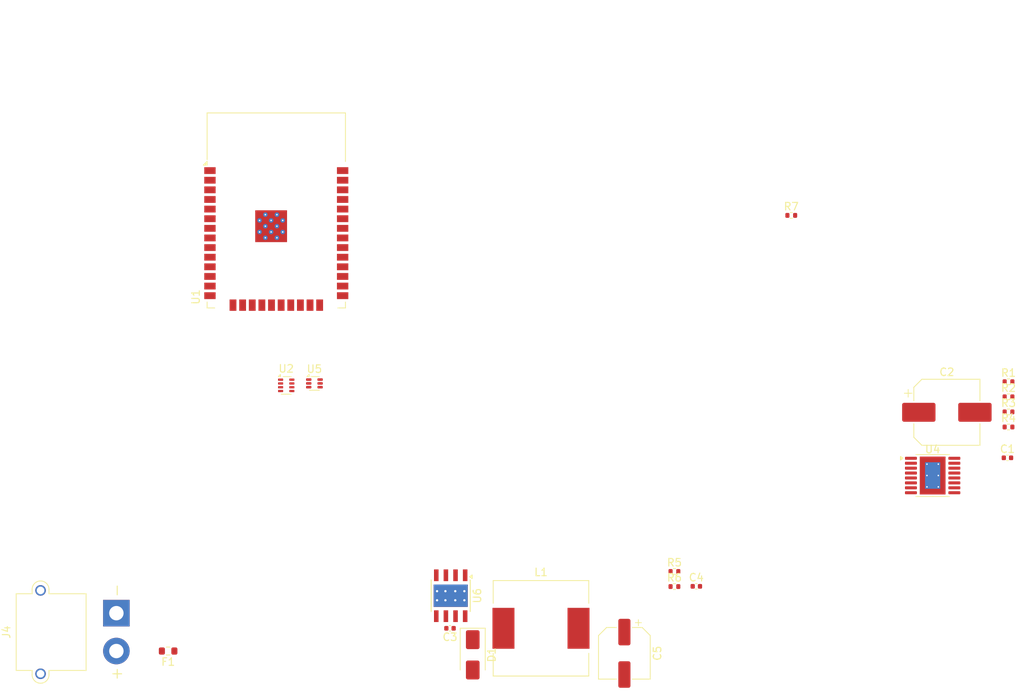
<source format=kicad_pcb>
(kicad_pcb (version 20240108) (generator "pcbnew") (generator_version "8.0")
  (layers (0 "F.Cu" signal) (31 "B.Cu" signal) (34 "B.Paste" user) (35 "F.Paste" user) (36 "B.SilkS" user "B.Silkscreen") (37 "F.SilkS" user "F.Silkscreen") (38 "B.Mask" user) (39 "F.Mask" user) (44 "Edge.Cuts" user))
  (net 0 "")
  (net 1 "Net-(D1-K)")
  (net 2 "GND")
  (net 3 "Net-(F1-Pad1)")
  (net 4 "Net-(J4-Pin_2)")
  (net 5 "+5_{VIN}")
  (net 10 "Net-(U1-GND-Pad1)")
  (net 44 "Net-(U2-VOUT-Pad2)")
  (net 49 "/pgood")
  (net 51 "Net-(U4-PAD)")
  (net 53 "Net-(U4-I_{LIM})")
  (net 54 "Net-(U4-OVP)")
  (net 56 "Net-(U6-VIN)")
  (net 57 "Net-(U4-dVdT)")
  (net 58 "Net-(U4-UVLO)")
  (net 68 "Net-(U6-VSENSE)")
  (net 70 "Net-(U6-BOOT)")
  (net 71 "+VIN_{PROT}")
  (footprint "Package_TO_SOT_SMD:SOT-583-8" (layer "F.Cu") (at 90.4 87.935)
    (property "Reference" "U2" (at 0 -2.2 0) (layer "F.SilkS"))
    (property "Value" "TPS2116DRL")
    (fp_line (start 0.65 -1.16) (end -0.4 -1.16) (stroke (width 0.12)) (layer "F.SilkS"))
    (fp_line (start 0.65 1.16) (end -0.65 1.16) (stroke (width 0.12)) (layer "F.SilkS"))
    (fp_poly (pts (xy -0.76 -1.16) (xy -1.04 -1.16) (xy -0.76 -1.44) (xy -0.76 -1.16)) (stroke (width 0.12)) (fill solid) (layer "F.SilkS"))
    (pad "1" smd roundrect (at -0.74 -0.75) (size 0.67 0.3) (layers "F.Cu" "F.Paste" "F.Mask") (roundrect_rratio 0.1666666667))
    (pad "2" smd roundrect (at -0.74 -0.25) (size 0.67 0.3) (layers "F.Cu" "F.Paste" "F.Mask") (roundrect_rratio 0.1666666667) (net 44 "Net-(U2-VOUT-Pad2)"))
    (pad "3" smd roundrect (at -0.74 0.25) (size 0.67 0.3) (layers "F.Cu" "F.Paste" "F.Mask") (roundrect_rratio 0.1666666667))
    (pad "4" smd roundrect (at -0.74 0.75) (size 0.67 0.3) (layers "F.Cu" "F.Paste" "F.Mask") (roundrect_rratio 0.1666666667))
    (pad "5" smd roundrect (at 0.74 0.75) (size 0.67 0.3) (layers "F.Cu" "F.Paste" "F.Mask") (roundrect_rratio 0.1666666667))
    (pad "6" smd roundrect (at 0.74 0.25) (size 0.67 0.3) (layers "F.Cu" "F.Paste" "F.Mask") (roundrect_rratio 0.1666666667))
    (pad "7" smd roundrect (at 0.74 -0.25) (size 0.67 0.3) (layers "F.Cu" "F.Paste" "F.Mask") (roundrect_rratio 0.1666666667) (net 44 "Net-(U2-VOUT-Pad2)"))
    (pad "8" smd roundrect (at 0.74 -0.75) (size 0.67 0.3) (layers "F.Cu" "F.Paste" "F.Mask") (roundrect_rratio 0.1666666667))
  )
  (footprint "Resistor_SMD:R_0402_1005Metric" (layer "F.Cu") (at 185.66 87.46)
    (property "Reference" "R1" (at 0 -1.17 0) (layer "F.SilkS"))
    (property "Value" "220K")
    (fp_line (start -0.153641 -0.38) (end 0.153641 -0.38) (stroke (width 0.12)) (layer "F.SilkS"))
    (fp_line (start -0.153641 0.38) (end 0.153641 0.38) (stroke (width 0.12)) (layer "F.SilkS"))
    (pad "1" smd roundrect (at -0.51 0) (size 0.54 0.64) (layers "F.Cu" "F.Paste" "F.Mask") (net 3 "Net-(F1-Pad1)"))
    (pad "2" smd roundrect (at 0.51 0) (size 0.54 0.64) (layers "F.Cu" "F.Paste" "F.Mask") (net 58 "Net-(U4-UVLO)"))
  )
  (footprint "Package_TO_SOT_SMD:SOT-563" (layer "F.Cu") (at 94.12 87.675)
    (property "Reference" "U5" (at 0 -1.9 0) (layer "F.SilkS"))
    (property "Value" "TPS563202DRLR")
    (fp_line (start 0.65 -0.9) (end -0.45 -0.9) (stroke (width 0.12)) (layer "F.SilkS"))
    (fp_line (start 0.65 0.9) (end -0.65 0.9) (stroke (width 0.12)) (layer "F.SilkS"))
    (fp_poly (pts (xy -0.7 -0.9) (xy -0.98 -0.9) (xy -0.7 -1.18) (xy -0.7 -0.9)) (stroke (width 0.12)) (fill solid) (layer "F.SilkS"))
    (pad "1" smd roundrect (at -0.75 -0.5) (size 0.7 0.34) (layers "F.Cu" "F.Paste" "F.Mask"))
    (pad "2" smd roundrect (at -0.75 0) (size 0.7 0.34) (layers "F.Cu" "F.Paste" "F.Mask"))
    (pad "3" smd roundrect (at -0.75 0.5) (size 0.7 0.34) (layers "F.Cu" "F.Paste" "F.Mask"))
    (pad "4" smd roundrect (at 0.75 0.5) (size 0.7 0.34) (layers "F.Cu" "F.Paste" "F.Mask"))
    (pad "5" smd roundrect (at 0.75 0) (size 0.7 0.34) (layers "F.Cu" "F.Paste" "F.Mask"))
    (pad "6" smd roundrect (at 0.75 -0.5) (size 0.7 0.34) (layers "F.Cu" "F.Paste" "F.Mask"))
  )
  (footprint "Resistor_SMD:R_0402_1005Metric" (layer "F.Cu") (at 185.66 89.45)
    (property "Reference" "R2" (at 0 -1.17 0) (layer "F.SilkS"))
    (property "Value" "20K")
    (fp_line (start -0.153641 -0.38) (end 0.153641 -0.38) (stroke (width 0.12)) (layer "F.SilkS"))
    (fp_line (start -0.153641 0.38) (end 0.153641 0.38) (stroke (width 0.12)) (layer "F.SilkS"))
    (pad "1" smd roundrect (at -0.51 0) (size 0.54 0.64) (layers "F.Cu" "F.Paste" "F.Mask") (net 58 "Net-(U4-UVLO)"))
    (pad "2" smd roundrect (at 0.51 0) (size 0.54 0.64) (layers "F.Cu" "F.Paste" "F.Mask") (net 54 "Net-(U4-OVP)"))
  )
  (footprint "Capacitor_SMD:CP_Elec_8x10.5" (layer "F.Cu") (at 177.53 91.49)
    (property "Reference" "C2" (at 0 -5.3 0) (layer "F.SilkS"))
    (property "Value" "220u")
    (fp_line (start -5.6 -2.51) (end -4.6 -2.51) (stroke (width 0.12)) (layer "F.SilkS"))
    (fp_line (start -5.1 -3.01) (end -5.1 -2.01) (stroke (width 0.12)) (layer "F.SilkS"))
    (fp_line (start -4.36 -3.295563) (end -4.36 -1.51) (stroke (width 0.12)) (layer "F.SilkS"))
    (fp_line (start -4.36 -3.295563) (end -3.295563 -4.36) (stroke (width 0.12)) (layer "F.SilkS"))
    (fp_line (start -4.36 3.295563) (end -4.36 1.51) (stroke (width 0.12)) (layer "F.SilkS"))
    (fp_line (start -4.36 3.295563) (end -3.295563 4.36) (stroke (width 0.12)) (layer "F.SilkS"))
    (fp_line (start -3.295563 -4.36) (end 4.36 -4.36) (stroke (width 0.12)) (layer "F.SilkS"))
    (fp_line (start -3.295563 4.36) (end 4.36 4.36) (stroke (width 0.12)) (layer "F.SilkS"))
    (fp_line (start 4.36 -4.36) (end 4.36 -1.51) (stroke (width 0.12)) (layer "F.SilkS"))
    (fp_line (start 4.36 4.36) (end 4.36 1.51) (stroke (width 0.12)) (layer "F.SilkS"))
    (pad "1" smd roundrect (at -3.7 0) (size 4.4 2.5) (layers "F.Cu" "F.Paste" "F.Mask") (roundrect_rratio 0.1) (net 71 "+VIN_{PROT}"))
    (pad "2" smd roundrect (at 3.7 0) (size 4.4 2.5) (layers "F.Cu" "F.Paste" "F.Mask") (roundrect_rratio 0.1) (net 2 "GND"))
  )
  (footprint "Capacitor_SMD:C_0402_1005Metric" (layer "F.Cu") (at 112 120 180)
    (property "Reference" "C3" (at 0 -1.16 0) (layer "F.SilkS"))
    (property "Value" "1u")
    (fp_line (start -0.107836 0.36) (end 0.107836 0.36) (stroke (width 0.12)) (layer "F.SilkS"))
    (fp_line (start -0.107836 -0.36) (end 0.107836 -0.36) (stroke (width 0.12)) (layer "F.SilkS"))
    (pad "1" smd roundrect (at -0.48 0 180) (size 0.56 0.62) (layers "F.Cu" "F.Paste" "F.Mask") (net 56 "Net-(U6-VIN)"))
    (pad "2" smd roundrect (at 0.48 0 180) (size 0.56 0.62) (layers "F.Cu" "F.Paste" "F.Mask") (net 2 "GND"))
  )
  (footprint "Resistor_SMD:R_0402_1005Metric" (layer "F.Cu") (at 185.66 93.43)
    (property "Reference" "R4" (at 0 -1.17 0) (layer "F.SilkS"))
    (property "Value" "6.8K")
    (fp_line (start -0.153641 -0.38) (end 0.153641 -0.38) (stroke (width 0.12)) (layer "F.SilkS"))
    (fp_line (start -0.153641 0.38) (end 0.153641 0.38) (stroke (width 0.12)) (layer "F.SilkS"))
    (pad "1" smd roundrect (at -0.51 0) (size 0.54 0.64) (layers "F.Cu" "F.Paste" "F.Mask") (net 53 "Net-(U4-I_{LIM})"))
    (pad "2" smd roundrect (at 0.51 0) (size 0.54 0.64) (layers "F.Cu" "F.Paste" "F.Mask") (net 51 "Net-(U4-PAD)"))
  )
  (footprint "Resistor_SMD:R_0402_1005Metric" (layer "F.Cu") (at 141.6 112.5)
    (property "Reference" "R5" (at 0 -1.17 0) (layer "F.SilkS"))
    (property "Value" "3.3k")
    (fp_line (start -0.153641 -0.38) (end 0.153641 -0.38) (stroke (width 0.12)) (layer "F.SilkS"))
    (fp_line (start -0.153641 0.38) (end 0.153641 0.38) (stroke (width 0.12)) (layer "F.SilkS"))
    (pad "1" smd roundrect (at -0.51 0) (size 0.54 0.64) (layers "F.Cu" "F.Paste" "F.Mask") (net 68 "Net-(U6-VSENSE)"))
    (pad "2" smd roundrect (at 0.51 0) (size 0.54 0.64) (layers "F.Cu" "F.Paste" "F.Mask") (net 2 "GND"))
  )
  (footprint "Resistor_SMD:R_0402_1005Metric" (layer "F.Cu") (at 185.66 91.44)
    (property "Reference" "R3" (at 0 -1.17 0) (layer "F.SilkS"))
    (property "Value" "10K")
    (fp_line (start -0.153641 -0.38) (end 0.153641 -0.38) (stroke (width 0.12)) (layer "F.SilkS"))
    (fp_line (start -0.153641 0.38) (end 0.153641 0.38) (stroke (width 0.12)) (layer "F.SilkS"))
    (pad "1" smd roundrect (at -0.51 0) (size 0.54 0.64) (layers "F.Cu" "F.Paste" "F.Mask") (net 54 "Net-(U4-OVP)"))
    (pad "2" smd roundrect (at 0.51 0) (size 0.54 0.64) (layers "F.Cu" "F.Paste" "F.Mask") (net 51 "Net-(U4-PAD)"))
  )
  (footprint "Resistor_SMD:R_0603_1608Metric" (layer "F.Cu") (at 74.825 123 180)
    (property "Reference" "F1" (at 0 -1.43 360) (layer "F.SilkS"))
    (property "Value" "1.5A")
    (fp_line (start -0.237258 0.5225) (end 0.237258 0.5225) (stroke (width 0.12)) (layer "F.SilkS"))
    (fp_line (start -0.237258 -0.5225) (end 0.237258 -0.5225) (stroke (width 0.12)) (layer "F.SilkS"))
    (pad "1" smd roundrect (at -0.825 0 180) (size 0.8 0.95) (layers "F.Cu" "F.Paste" "F.Mask") (net 3 "Net-(F1-Pad1)"))
    (pad "2" smd roundrect (at 0.825 0 180) (size 0.8 0.95) (layers "F.Cu" "F.Paste" "F.Mask") (net 4 "Net-(J4-Pin_2)"))
  )
  (footprint "Inductor_SMD:L_12x12mm_H8mm" (layer "F.Cu") (at 124 120)
    (property "Reference" "L1" (at 0 -7.4 0) (layer "F.SilkS"))
    (property "Value" "PSPHAQ127-180M")
    (fp_line (start -6.3 -6.3) (end 6.3 -6.3) (stroke (width 0.12)) (layer "F.SilkS"))
    (fp_line (start -6.3 -3.3) (end -6.3 -6.3) (stroke (width 0.12)) (layer "F.SilkS"))
    (fp_line (start -6.3 6.3) (end -6.3 3.3) (stroke (width 0.12)) (layer "F.SilkS"))
    (fp_line (start 6.3 -6.3) (end 6.3 -3.3) (stroke (width 0.12)) (layer "F.SilkS"))
    (fp_line (start 6.3 3.3) (end 6.3 6.3) (stroke (width 0.12)) (layer "F.SilkS"))
    (fp_line (start 6.3 6.3) (end -6.3 6.3) (stroke (width 0.12)) (layer "F.SilkS"))
    (pad "1" smd rect (at -4.95 0) (size 2.9 5.4) (layers "F.Cu" "F.Paste" "F.Mask") (net 1 "Net-(D1-K)"))
    (pad "2" smd rect (at 4.95 0) (size 2.9 5.4) (layers "F.Cu" "F.Paste" "F.Mask") (net 5 "+5_{VIN}"))
  )
  (footprint "Capacitor_SMD:C_0402_1005Metric" (layer "F.Cu") (at 185.52 97.5)
    (property "Reference" "C1" (at 0 -1.16 0) (layer "F.SilkS"))
    (property "Value" "220p")
    (fp_line (start -0.107836 -0.36) (end 0.107836 -0.36) (stroke (width 0.12)) (layer "F.SilkS"))
    (fp_line (start -0.107836 0.36) (end 0.107836 0.36) (stroke (width 0.12)) (layer "F.SilkS"))
    (pad "1" smd roundrect (at -0.48 0) (size 0.56 0.62) (layers "F.Cu" "F.Paste" "F.Mask") (net 57 "Net-(U4-dVdT)"))
    (pad "2" smd roundrect (at 0.48 0) (size 0.56 0.62) (layers "F.Cu" "F.Paste" "F.Mask") (net 51 "Net-(U4-PAD)"))
  )
  (footprint "Resistor_SMD:R_0402_1005Metric" (layer "F.Cu") (at 157.01 65.5)
    (property "Reference" "R7" (at 0 -1.17 0) (layer "F.SilkS"))
    (property "Value" "0")
    (fp_line (start -0.153641 -0.38) (end 0.153641 -0.38) (stroke (width 0.12)) (layer "F.SilkS"))
    (fp_line (start -0.153641 0.38) (end 0.153641 0.38) (stroke (width 0.12)) (layer "F.SilkS"))
    (pad "1" smd roundrect (at -0.51 0) (size 0.54 0.64) (layers "F.Cu" "F.Paste" "F.Mask") (net 71 "+VIN_{PROT}"))
    (pad "2" smd roundrect (at 0.51 0) (size 0.54 0.64) (layers "F.Cu" "F.Paste" "F.Mask") (net 56 "Net-(U6-VIN)"))
  )
  (footprint "Diode_SMD:D_SMA" (layer "F.Cu") (at 115 123.5 -90)
    (property "Reference" "D1" (at 0 -2.5 90) (layer "F.SilkS"))
    (property "Value" "D_Schottky")
    (fp_line (start -3.51 1.65) (end 2 1.65) (stroke (width 0.12)) (layer "F.SilkS"))
    (fp_line (start -3.51 -1.65) (end -3.51 1.65) (stroke (width 0.12)) (layer "F.SilkS"))
    (fp_line (start -3.51 -1.65) (end 2 -1.65) (stroke (width 0.12)) (layer "F.SilkS"))
    (pad "1" smd roundrect (at -2 0 270) (size 2.5 1.8) (layers "F.Cu" "F.Paste" "F.Mask") (roundrect_rratio 0.1388888889) (net 1 "Net-(D1-K)"))
    (pad "2" smd roundrect (at 2 0 270) (size 2.5 1.8) (layers "F.Cu" "F.Paste" "F.Mask") (roundrect_rratio 0.1388888889) (net 2 "GND"))
  )
  (footprint "RF_Module:ESP32-WROOM-32" (layer "F.Cu") (at 89.09 67.84)
    (property "Reference" "U1" (at -10.61 8.43 90) (layer "F.SilkS"))
    (property "Value" "ESP32-WROOM-32")
    (fp_line (start -9.12 -15.86) (end -9.12 -9.7) (stroke (width 0.12)) (layer "F.SilkS"))
    (fp_line (start -9.12 -15.86) (end 9.12 -15.86) (stroke (width 0.12)) (layer "F.SilkS"))
    (fp_line (start -9.12 9.1) (end -9.12 9.88) (stroke (width 0.12)) (layer "F.SilkS"))
    (fp_line (start -9.12 9.88) (end -8.12 9.88) (stroke (width 0.12)) (layer "F.SilkS"))
    (fp_line (start 9.12 -15.86) (end 9.12 -9.445) (stroke (width 0.12)) (layer "F.SilkS"))
    (fp_line (start 9.12 9.1) (end 9.12 9.88) (stroke (width 0.12)) (layer "F.SilkS"))
    (fp_line (start 9.12 9.88) (end 8.12 9.88) (stroke (width 0.12)) (layer "F.SilkS"))
    (fp_poly (pts (xy -9.125 -8.975) (xy -9.625 -8.975) (xy -9.125 -9.475) (xy -9.125 -8.975)) (stroke (width 0.12)) (fill solid) (layer "F.SilkS"))
    (pad "1" smd rect (at -8.75 -8.25) (size 1.5 0.9) (layers "F.Cu" "F.Paste" "F.Mask") (net 10 "Net-(U1-GND-Pad1)"))
    (pad "2" smd rect (at -8.75 -6.98) (size 1.5 0.9) (layers "F.Cu" "F.Paste" "F.Mask"))
    (pad "3" smd rect (at -8.75 -5.71) (size 1.5 0.9) (layers "F.Cu" "F.Paste" "F.Mask"))
    (pad "4" smd rect (at -8.75 -4.44) (size 1.5 0.9) (layers "F.Cu" "F.Paste" "F.Mask"))
    (pad "5" smd rect (at -8.75 -3.17) (size 1.5 0.9) (layers "F.Cu" "F.Paste" "F.Mask"))
    (pad "6" smd rect (at -8.75 -1.9) (size 1.5 0.9) (layers "F.Cu" "F.Paste" "F.Mask"))
    (pad "7" smd rect (at -8.75 -0.63) (size 1.5 0.9) (layers "F.Cu" "F.Paste" "F.Mask"))
    (pad "8" smd rect (at -8.75 0.64) (size 1.5 0.9) (layers "F.Cu" "F.Paste" "F.Mask"))
    (pad "9" smd rect (at -8.75 1.91) (size 1.5 0.9) (layers "F.Cu" "F.Paste" "F.Mask"))
    (pad "10" smd rect (at -8.75 3.18) (size 1.5 0.9) (layers "F.Cu" "F.Paste" "F.Mask"))
    (pad "11" smd rect (at -8.75 4.45) (size 1.5 0.9) (layers "F.Cu" "F.Paste" "F.Mask"))
    (pad "12" smd rect (at -8.75 5.72) (size 1.5 0.9) (layers "F.Cu" "F.Paste" "F.Mask"))
    (pad "13" smd rect (at -8.75 6.99) (size 1.5 0.9) (layers "F.Cu" "F.Paste" "F.Mask"))
    (pad "14" smd rect (at -8.75 8.26) (size 1.5 0.9) (layers "F.Cu" "F.Paste" "F.Mask"))
    (pad "15" smd rect (at -5.71 9.51 90) (size 1.5 0.9) (layers "F.Cu" "F.Paste" "F.Mask") (net 10 "Net-(U1-GND-Pad1)"))
    (pad "16" smd rect (at -4.44 9.51 90) (size 1.5 0.9) (layers "F.Cu" "F.Paste" "F.Mask"))
    (pad "17" smd rect (at -3.17 9.51 90) (size 1.5 0.9) (layers "F.Cu" "F.Paste" "F.Mask"))
    (pad "18" smd rect (at -1.9 9.51 90) (size 1.5 0.9) (layers "F.Cu" "F.Paste" "F.Mask"))
    (pad "19" smd rect (at -0.63 9.51 90) (size 1.5 0.9) (layers "F.Cu" "F.Paste" "F.Mask"))
    (pad "20" smd rect (at 0.64 9.51 90) (size 1.5 0.9) (layers "F.Cu" "F.Paste" "F.Mask"))
    (pad "21" smd rect (at 1.91 9.51 90) (size 1.5 0.9) (layers "F.Cu" "F.Paste" "F.Mask"))
    (pad "22" smd rect (at 3.18 9.51 90) (size 1.5 0.9) (layers "F.Cu" "F.Paste" "F.Mask"))
    (pad "23" smd rect (at 4.45 9.51 90) (size 1.5 0.9) (layers "F.Cu" "F.Paste" "F.Mask"))
    (pad "24" smd rect (at 5.72 9.51 90) (size 1.5 0.9) (layers "F.Cu" "F.Paste" "F.Mask"))
    (pad "25" smd rect (at 8.75 8.26) (size 1.5 0.9) (layers "F.Cu" "F.Paste" "F.Mask"))
    (pad "26" smd rect (at 8.75 6.99) (size 1.5 0.9) (layers "F.Cu" "F.Paste" "F.Mask"))
    (pad "27" smd rect (at 8.75 5.72) (size 1.5 0.9) (layers "F.Cu" "F.Paste" "F.Mask"))
    (pad "28" smd rect (at 8.75 4.45) (size 1.5 0.9) (layers "F.Cu" "F.Paste" "F.Mask"))
    (pad "29" smd rect (at 8.75 3.18) (size 1.5 0.9) (layers "F.Cu" "F.Paste" "F.Mask"))
    (pad "30" smd rect (at 8.75 1.91) (size 1.5 0.9) (layers "F.Cu" "F.Paste" "F.Mask"))
    (pad "31" smd rect (at 8.75 0.64) (size 1.5 0.9) (layers "F.Cu" "F.Paste" "F.Mask"))
    (pad "32" smd rect (at 8.75 -0.63) (size 1.5 0.9) (layers "F.Cu" "F.Paste" "F.Mask"))
    (pad "33" smd rect (at 8.75 -1.9) (size 1.5 0.9) (layers "F.Cu" "F.Paste" "F.Mask"))
    (pad "34" smd rect (at 8.75 -3.17) (size 1.5 0.9) (layers "F.Cu" "F.Paste" "F.Mask"))
    (pad "35" smd rect (at 8.75 -4.44) (size 1.5 0.9) (layers "F.Cu" "F.Paste" "F.Mask"))
    (pad "36" smd rect (at 8.75 -5.71) (size 1.5 0.9) (layers "F.Cu" "F.Paste" "F.Mask"))
    (pad "37" smd rect (at 8.75 -6.98) (size 1.5 0.9) (layers "F.Cu" "F.Paste" "F.Mask"))
    (pad "38" smd rect (at 8.75 -8.25) (size 1.5 0.9) (layers "F.Cu" "F.Paste" "F.Mask") (net 10 "Net-(U1-GND-Pad1)"))
    (pad "39" smd rect (at -2.205 -2.435) (size 1.05 1.05) (layers "F.Cu" "F.Paste") (net 10 "Net-(U1-GND-Pad1)"))
    (pad "39" thru_hole circle (at -2.205 -1.6725) (size 0.6 0.6) (drill 0.2) (property pad_prop_heatsink) (layers "*.Cu" "F.Mask") (net 10 "Net-(U1-GND-Pad1)"))
    (pad "39" smd rect (at -2.205 -0.91) (size 1.05 1.05) (layers "F.Cu" "F.Paste") (net 10 "Net-(U1-GND-Pad1)"))
    (pad "39" thru_hole circle (at -2.205 -0.1475) (size 0.6 0.6) (drill 0.2) (property pad_prop_heatsink) (layers "*.Cu" "F.Mask") (net 10 "Net-(U1-GND-Pad1)"))
    (pad "39" smd rect (at -2.205 0.615) (size 1.05 1.05) (layers "F.Cu" "F.Paste") (net 10 "Net-(U1-GND-Pad1)"))
    (pad "39" thru_hole circle (at -1.4425 -2.435) (size 0.6 0.6) (drill 0.2) (property pad_prop_heatsink) (layers "*.Cu" "F.Mask") (net 10 "Net-(U1-GND-Pad1)"))
    (pad "39" thru_hole circle (at -1.4425 -0.91) (size 0.6 0.6) (drill 0.2) (property pad_prop_heatsink) (layers "*.Cu" "F.Mask") (net 10 "Net-(U1-GND-Pad1)"))
    (pad "39" thru_hole circle (at -1.4425 0.615) (size 0.6 0.6) (drill 0.2) (property pad_prop_heatsink) (layers "*.Cu" "F.Mask") (net 10 "Net-(U1-GND-Pad1)"))
    (pad "39" smd rect (at -0.68 -2.435) (size 1.05 1.05) (layers "F.Cu" "F.Paste") (net 10 "Net-(U1-GND-Pad1)"))
    (pad "39" thru_hole circle (at -0.68 -1.6725) (size 0.6 0.6) (drill 0.2) (property pad_prop_heatsink) (layers "*.Cu" "F.Mask") (net 10 "Net-(U1-GND-Pad1)"))
    (pad "39" smd rect (at -0.68 -0.91) (size 1.05 1.05) (layers "F.Cu" "F.Paste") (net 10 "Net-(U1-GND-Pad1)"))
    (pad "39" smd rect (at -0.68 -0.91) (size 4.2 4.2) (layers "F.Cu" "F.Mask") (net 10 "Net-(U1-GND-Pad1)"))
    (pad "39" thru_hole circle (at -0.68 -0.1475) (size 0.6 0.6) (drill 0.2) (property pad_prop_heatsink) (layers "*.Cu" "F.Mask") (net 10 "Net-(U1-GND-Pad1)"))
    (pad "39" smd rect (at -0.68 0.615) (size 1.05 1.05) (layers "F.Cu" "F.Paste") (net 10 "Net-(U1-GND-Pad1)"))
    (pad "39" thru_hole circle (at 0.0825 -2.435) (size 0.6 0.6) (drill 0.2) (property pad_prop_heatsink) (layers "*.Cu" "F.Mask") (net 10 "Net-(U1-GND-Pad1)"))
    (pad "39" thru_hole circle (at 0.0825 -0.91) (size 0.6 0.6) (drill 0.2) (property pad_prop_heatsink) (layers "*.Cu" "F.Mask") (net 10 "Net-(U1-GND-Pad1)"))
    (pad "39" thru_hole circle (at 0.0825 0.615) (size 0.6 0.6) (drill 0.2) (property pad_prop_heatsink) (layers "*.Cu" "F.Mask") (net 10 "Net-(U1-GND-Pad1)"))
    (pad "39" smd rect (at 0.845 -2.435) (size 1.05 1.05) (layers "F.Cu" "F.Paste") (net 10 "Net-(U1-GND-Pad1)"))
    (pad "39" thru_hole circle (at 0.845 -1.6725) (size 0.6 0.6) (drill 0.2) (property pad_prop_heatsink) (layers "*.Cu" "F.Mask") (net 10 "Net-(U1-GND-Pad1)"))
    (pad "39" smd rect (at 0.845 -0.91) (size 1.05 1.05) (layers "F.Cu" "F.Paste") (net 10 "Net-(U1-GND-Pad1)"))
    (pad "39" thru_hole circle (at 0.845 -0.1475) (size 0.6 0.6) (drill 0.2) (property pad_prop_heatsink) (layers "*.Cu" "F.Mask") (net 10 "Net-(U1-GND-Pad1)"))
    (pad "39" smd rect (at 0.845 0.615) (size 1.05 1.05) (layers "F.Cu" "F.Paste") (net 10 "Net-(U1-GND-Pad1)"))
  )
  (footprint "Package_SO:HTSSOP-16-1EP_4.4x5mm_P0.65mm_EP3.4x5mm_Mask2.46x2.31mm_ThermalVias" (layer "F.Cu") (at 175.655 99.835)
    (property "Reference" "U4" (at 0 -3.45 0) (layer "F.SilkS"))
    (property "Value" "TPS26600")
    (fp_line (start 0 -2.76) (end -2.2 -2.76) (stroke (width 0.12)) (layer "F.SilkS"))
    (fp_line (start 0 -2.76) (end 2.2 -2.76) (stroke (width 0.12)) (layer "F.SilkS"))
    (fp_line (start 0 2.76) (end -2.2 2.76) (stroke (width 0.12)) (layer "F.SilkS"))
    (fp_line (start 0 2.76) (end 2.2 2.76) (stroke (width 0.12)) (layer "F.SilkS"))
    (fp_poly (pts (xy -3.91 -2.275) (xy -4.24 -2.515) (xy -4.24 -2.035) (xy -3.91 -2.275)) (stroke (width 0.12)) (fill solid) (layer "F.SilkS"))
    (pad "1" smd roundrect (at -2.8625 -2.275) (size 1.575 0.4) (layers "F.Cu" "F.Paste" "F.Mask") (net 3 "Net-(F1-Pad1)"))
    (pad "2" smd roundrect (at -2.8625 -1.625) (size 1.575 0.4) (layers "F.Cu" "F.Paste" "F.Mask") (net 3 "Net-(F1-Pad1)"))
    (pad "3" smd roundrect (at -2.8625 -0.975) (size 1.575 0.4) (layers "F.Cu" "F.Paste" "F.Mask") (net 58 "Net-(U4-UVLO)"))
    (pad "4" smd roundrect (at -2.8625 -0.325) (size 1.575 0.4) (layers "F.Cu" "F.Paste" "F.Mask"))
    (pad "5" smd roundrect (at -2.8625 0.325) (size 1.575 0.4) (layers "F.Cu" "F.Paste" "F.Mask") (net 54 "Net-(U4-OVP)"))
    (pad "6" smd roundrect (at -2.8625 0.975) (size 1.575 0.4) (layers "F.Cu" "F.Paste" "F.Mask"))
    (pad "7" smd roundrect (at -2.8625 1.625) (size 1.575 0.4) (layers "F.Cu" "F.Paste" "F.Mask"))
    (pad "8" smd roundrect (at -2.8625 2.275) (size 1.575 0.4) (layers "F.Cu" "F.Paste" "F.Mask") (net 51 "Net-(U4-PAD)"))
    (pad "9" smd roundrect (at 2.8625 2.275) (size 1.575 0.4) (layers "F.Cu" "F.Paste" "F.Mask") (net 2 "GND"))
    (pad "10" smd roundrect (at 2.8625 1.625) (size 1.575 0.4) (layers "F.Cu" "F.Paste" "F.Mask"))
    (pad "11" smd roundrect (at 2.8625 0.975) (size 1.575 0.4) (layers "F.Cu" "F.Paste" "F.Mask") (net 53 "Net-(U4-I_{LIM})"))
    (pad "12" smd roundrect (at 2.8625 0.325) (size 1.575 0.4) (layers "F.Cu" "F.Paste" "F.Mask") (net 57 "Net-(U4-dVdT)"))
    (pad "13" smd roundrect (at 2.8625 -0.325) (size 1.575 0.4) (layers "F.Cu" "F.Paste" "F.Mask"))
    (pad "14" smd roundrect (at 2.8625 -0.975) (size 1.575 0.4) (layers "F.Cu" "F.Paste" "F.Mask") (net 49 "/pgood"))
    (pad "15" smd roundrect (at 2.8625 -1.625) (size 1.575 0.4) (layers "F.Cu" "F.Paste" "F.Mask") (net 71 "+VIN_{PROT}"))
    (pad "16" smd roundrect (at 2.8625 -2.275) (size 1.575 0.4) (layers "F.Cu" "F.Paste" "F.Mask") (net 71 "+VIN_{PROT}"))
    (pad "17" thru_hole circle (at -0.75 -1.5) (size 0.5 0.5) (drill 0.2) (property pad_prop_heatsink) (layers "*.Cu") (net 51 "Net-(U4-PAD)"))
    (pad "17" thru_hole circle (at -0.75 0) (size 0.5 0.5) (drill 0.2) (property pad_prop_heatsink) (layers "*.Cu") (net 51 "Net-(U4-PAD)"))
    (pad "17" thru_hole circle (at -0.75 1.5) (size 0.5 0.5) (drill 0.2) (property pad_prop_heatsink) (layers "*.Cu") (net 51 "Net-(U4-PAD)"))
    (pad "17" smd rect (at 0 0) (size 2 3.5) (property pad_prop_heatsink) (layers "B.Cu") (net 51 "Net-(U4-PAD)"))
    (pad "17" smd rect (at 0 0) (size 3.4 5) (property pad_prop_heatsink) (layers "F.Cu") (net 51 "Net-(U4-PAD)"))
    (pad "17" thru_hole circle (at 0.75 -1.5) (size 0.5 0.5) (drill 0.2) (property pad_prop_heatsink) (layers "*.Cu") (net 51 "Net-(U4-PAD)"))
    (pad "17" thru_hole circle (at 0.75 0) (size 0.5 0.5) (drill 0.2) (property pad_prop_heatsink) (layers "*.Cu") (net 51 "Net-(U4-PAD)"))
    (pad "17" thru_hole circle (at 0.75 1.5) (size 0.5 0.5) (drill 0.2) (property pad_prop_heatsink) (layers "*.Cu") (net 51 "Net-(U4-PAD)"))
  )
  (footprint "Connector_AMASS:AMASS_XT30PW-M_1x02_P2.50mm_Horizontal" (layer "F.Cu") (at 68 118 90)
    (property "Reference" "J4" (at -2.5 -14.5 90) (layer "F.SilkS"))
    (property "Value" "XT30PW-M")
    (fp_line (start 2.56 -13.21) (end 2.56 -11.11) (stroke (width 0.12)) (layer "F.SilkS"))
    (fp_line (start -7.56 -13.21) (end 2.56 -13.21) (stroke (width 0.12)) (layer "F.SilkS"))
    (fp_line (start -7.56 -13.21) (end -7.56 -11.11) (stroke (width 0.12)) (layer "F.SilkS"))
    (fp_line (start 2.56 -11.11) (end 3.15 -11.11) (stroke (width 0.12)) (layer "F.SilkS"))
    (fp_line (start -8.15 -11.11) (end -7.56 -11.11) (stroke (width 0.12)) (layer "F.SilkS"))
    (fp_line (start 2.56 -8.89) (end 3.15 -8.89) (stroke (width 0.12)) (layer "F.SilkS"))
    (fp_line (start 2.56 -8.89) (end 2.56 -3.99) (stroke (width 0.12)) (layer "F.SilkS"))
    (fp_line (start -7.56 -8.89) (end -7.56 -3.99) (stroke (width 0.12)) (layer "F.SilkS"))
    (fp_line (start -8.15 -8.89) (end -7.56 -8.89) (stroke (width 0.12)) (layer "F.SilkS"))
    (fp_line (start -7.56 -3.99) (end 2.56 -3.99) (stroke (width 0.12)) (layer "F.SilkS"))
    (fp_arc (start 3.15 -11.11) (mid 4.26 -10) (end 3.15 -8.89) (stroke (width 0.12)) (layer "F.SilkS"))
    (fp_arc (start -8.15 -8.89) (mid -9.26 -10) (end -8.15 -11.11) (stroke (width 0.12)) (layer "F.SilkS"))
    (fp_text user "-" (at 3 0 90) (layer "F.SilkS") (effects (font (size 1.5 1.5))))
    (fp_text user "+" (at -8 0 90) (layer "F.SilkS") (effects (font (size 1.5 1.5))))
    (pad "" thru_hole circle (at -8 -10 90) (size 1.4 1.4) (drill 1) (layers "*.Cu" "*.Mask"))
    (pad "" thru_hole circle (at 3 -10 90) (size 1.4 1.4) (drill 1) (layers "*.Cu" "*.Mask"))
    (pad "1" thru_hole rect (at 0 0 90) (size 3.5 3.5) (drill 1.9) (layers "*.Cu" "*.Mask") (net 2 "GND"))
    (pad "2" thru_hole circle (at -5 0 90) (size 3.5 3.5) (drill 1.9) (layers "*.Cu" "*.Mask") (net 4 "Net-(J4-Pin_2)"))
  )
  (footprint "Capacitor_SMD:CP_Elec_6.3x5.9" (layer "F.Cu") (at 135 123.3 -90)
    (property "Reference" "C5" (at 0 -4.35 90) (layer "F.SilkS"))
    (property "Value" "220u")
    (fp_line (start -2.345563 3.41) (end 3.41 3.41) (stroke (width 0.12)) (layer "F.SilkS"))
    (fp_line (start 3.41 3.41) (end 3.41 1.06) (stroke (width 0.12)) (layer "F.SilkS"))
    (fp_line (start -3.41 2.345563) (end -2.345563 3.41) (stroke (width 0.12)) (layer "F.SilkS"))
    (fp_line (start -3.41 2.345563) (end -3.41 1.06) (stroke (width 0.12)) (layer "F.SilkS"))
    (fp_line (start -4.4375 -1.8475) (end -3.65 -1.8475) (stroke (width 0.12)) (layer "F.SilkS"))
    (fp_line (start -4.04375 -2.24125) (end -4.04375 -1.45375) (stroke (width 0.12)) (layer "F.SilkS"))
    (fp_line (start -3.41 -2.345563) (end -3.41 -1.06) (stroke (width 0.12)) (layer "F.SilkS"))
    (fp_line (start -3.41 -2.345563) (end -2.345563 -3.41) (stroke (width 0.12)) (layer "F.SilkS"))
    (fp_line (start -2.345563 -3.41) (end 3.41 -3.41) (stroke (width 0.12)) (layer "F.SilkS"))
    (fp_line (start 3.41 -3.41) (end 3.41 -1.06) (stroke (width 0.12)) (layer "F.SilkS"))
    (pad "1" smd roundrect (at -2.8 0 270) (size 3.5 1.6) (layers "F.Cu" "F.Paste" "F.Mask") (roundrect_rratio 0.15625) (net 5 "+5_{VIN}"))
    (pad "2" smd roundrect (at 2.8 0 270) (size 3.5 1.6) (layers "F.Cu" "F.Paste" "F.Mask") (roundrect_rratio 0.15625) (net 2 "GND"))
  )
  (footprint "Resistor_SMD:R_0402_1005Metric" (layer "F.Cu") (at 141.6 114.49)
    (property "Reference" "R6" (at 0 -1.17 0) (layer "F.SilkS"))
    (property "Value" "10k")
    (fp_line (start -0.153641 -0.38) (end 0.153641 -0.38) (stroke (width 0.12)) (layer "F.SilkS"))
    (fp_line (start -0.153641 0.38) (end 0.153641 0.38) (stroke (width 0.12)) (layer "F.SilkS"))
    (pad "1" smd roundrect (at -0.51 0) (size 0.54 0.64) (layers "F.Cu" "F.Paste" "F.Mask") (net 5 "+5_{VIN}"))
    (pad "2" smd roundrect (at 0.51 0) (size 0.54 0.64) (layers "F.Cu" "F.Paste" "F.Mask") (net 68 "Net-(U6-VSENSE)"))
  )
  (footprint "Package_SO:TI_SO-PowerPAD-8_ThermalVias" (layer "F.Cu") (at 112.095 115.7 -90)
    (property "Reference" "U6" (at 0 -3.5 90) (layer "F.SilkS"))
    (property "Value" "TPS5430DDA")
    (fp_line (start -2.075 2.575) (end 2.075 2.575) (stroke (width 0.15)) (layer "F.SilkS"))
    (fp_line (start -2.075 -2.575) (end 2.075 -2.575) (stroke (width 0.15)) (layer "F.SilkS"))
    (fp_poly (pts (xy -2.5 -2.5) (xy -2.74 -2.83) (xy -2.26 -2.83) (xy -2.5 -2.5)) (stroke (width 0.12)) (fill solid) (layer "F.SilkS"))
    (pad "1" smd rect (at -2.7 -1.905 270) (size 1.55 0.6) (layers "F.Cu" "F.Paste" "F.Mask") (net 70 "Net-(U6-BOOT)"))
    (pad "2" smd rect (at -2.7 -0.635 270) (size 1.55 0.6) (layers "F.Cu" "F.Paste" "F.Mask"))
    (pad "3" smd rect (at -2.7 0.635 270) (size 1.55 0.6) (layers "F.Cu" "F.Paste" "F.Mask"))
    (pad "4" smd rect (at -2.7 1.905 270) (size 1.55 0.6) (layers "F.Cu" "F.Paste" "F.Mask") (net 68 "Net-(U6-VSENSE)"))
    (pad "5" smd rect (at 2.7 1.905 270) (size 1.55 0.6) (layers "F.Cu" "F.Paste" "F.Mask") (net 49 "/pgood"))
    (pad "6" smd rect (at 2.7 0.635 270) (size 1.55 0.6) (layers "F.Cu" "F.Paste" "F.Mask") (net 2 "GND"))
    (pad "7" smd rect (at 2.7 -0.635 270) (size 1.55 0.6) (layers "F.Cu" "F.Paste" "F.Mask") (net 56 "Net-(U6-VIN)"))
    (pad "8" smd rect (at 2.7 -1.905 270) (size 1.55 0.6) (layers "F.Cu" "F.Paste" "F.Mask") (net 1 "Net-(D1-K)"))
    (pad "9" thru_hole circle (at -0.6 -1.8 270) (size 0.6 0.6) (drill 0.3) (layers "*.Cu") (net 2 "GND"))
    (pad "9" thru_hole circle (at -0.6 -0.6 270) (size 0.6 0.6) (drill 0.3) (layers "*.Cu") (net 2 "GND"))
    (pad "9" thru_hole circle (at -0.6 0.7 270) (size 0.6 0.6) (drill 0.3) (layers "*.Cu") (net 2 "GND"))
    (pad "9" thru_hole circle (at -0.6 1.8 270) (size 0.6 0.6) (drill 0.3) (layers "*.Cu") (net 2 "GND"))
    (pad "9" smd rect (at 0 0 270) (size 2.6 3.1) (layers "F.Cu" "F.Paste" "F.Mask") (net 2 "GND"))
    (pad "9" smd rect (at 0 0 270) (size 2.95 4.5) (layers "F.Cu") (net 2 "GND"))
    (pad "9" smd rect (at 0 0 270) (size 2.95 4.5) (layers "B.Cu") (net 2 "GND"))
    (pad "9" thru_hole circle (at 0.6 -1.8 270) (size 0.6 0.6) (drill 0.3) (layers "*.Cu") (net 2 "GND"))
    (pad "9" thru_hole circle (at 0.6 -0.6 270) (size 0.6 0.6) (drill 0.3) (layers "*.Cu") (net 2 "GND"))
    (pad "9" thru_hole circle (at 0.6 0.7 270) (size 0.6 0.6) (drill 0.3) (layers "*.Cu") (net 2 "GND"))
    (pad "9" thru_hole circle (at 0.6 1.8 270) (size 0.6 0.6) (drill 0.3) (layers "*.Cu") (net 2 "GND"))
  )
  (footprint "Capacitor_SMD:C_0402_1005Metric" (layer "F.Cu") (at 144.49 114.46)
    (property "Reference" "C4" (at 0 -1.16 0) (layer "F.SilkS"))
    (property "Value" "10n")
    (fp_line (start -0.107836 -0.36) (end 0.107836 -0.36) (stroke (width 0.12)) (layer "F.SilkS"))
    (fp_line (start -0.107836 0.36) (end 0.107836 0.36) (stroke (width 0.12)) (layer "F.SilkS"))
    (pad "1" smd roundrect (at -0.48 0) (size 0.56 0.62) (layers "F.Cu" "F.Paste" "F.Mask") (net 70 "Net-(U6-BOOT)"))
    (pad "2" smd roundrect (at 0.48 0) (size 0.56 0.62) (layers "F.Cu" "F.Paste" "F.Mask") (net 1 "Net-(D1-K)"))
  )
)
</source>
